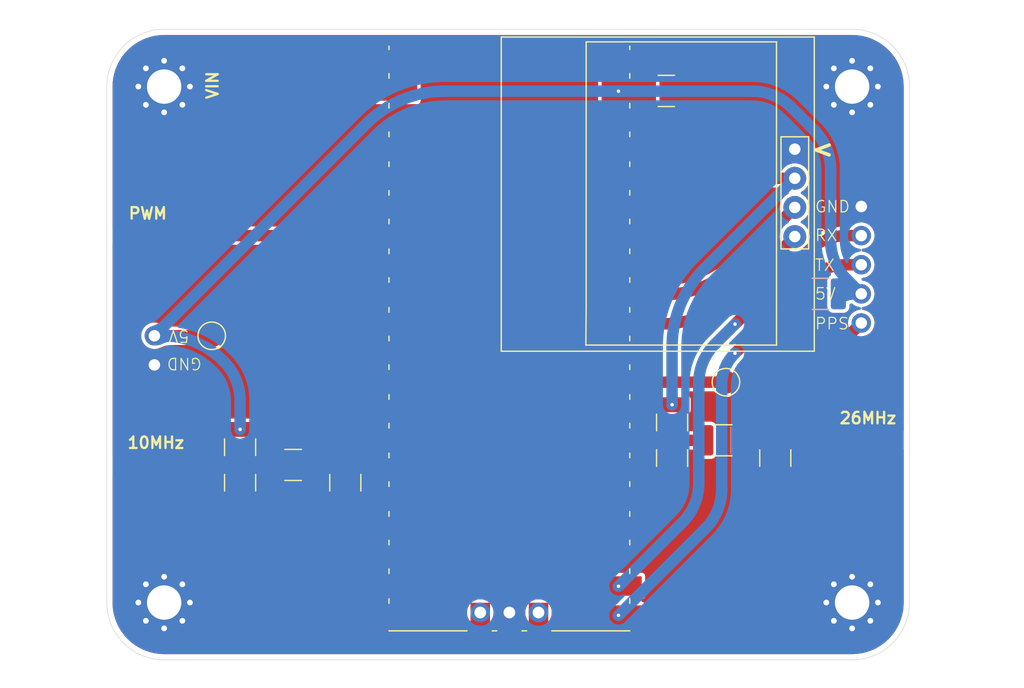
<source format=kicad_pcb>
(kicad_pcb (version 20240108) (generator "pcbnew") (generator_version "8.0")
  (layers (0 "F.Cu" signal) (31 "B.Cu" signal) (34 "B.Paste" user) (35 "F.Paste" user) (36 "B.SilkS" user "B.Silkscreen") (37 "F.SilkS" user "F.Silkscreen") (38 "B.Mask" user) (39 "F.Mask" user) (44 "Edge.Cuts" user))
  (net 0 "")
  (net 3 "GND")
  (net 20 "Net-(26MHzOut1-In)")
  (net 21 "Net-(ExtRef1-In)")
  (net 22 "3.3V")
  (net 23 "SCL")
  (net 24 "SDA")
  (net 25 "XTALin")
  (net 26 "Net-(U1-GPIO21)")
  (net 29 "PWM")
  (net 30 "TX")
  (net 31 "RX")
  (net 32 "5V")
  (net 33 "PPS")
  (footprint "gibbi_custom:SMA_EDGE_GIBBI" (layer "F.Cu") (at 150 98)
    (property "Reference" "ExtRef1" (hide yes))
    (property "Value" "ExtRef" (hide yes))
    (pad "1" smd roundrect (at -1.72 0) (size 5.08 1) (layers "F.Cu" "F.Paste" "F.Mask") (net 21 "Net-(ExtRef1-In)"))
    (pad "2" smd roundrect (at -1.72 -4.38) (size 5.08 2.42) (layers "F.Cu" "F.Paste" "F.Mask") (roundrect_rratio 0.1033057851) (net 3 "GND"))
    (pad "2" smd roundrect (at -1.72 -4.38) (size 5.08 2.42) (layers "B.Cu" "B.Paste" "B.Mask") (roundrect_rratio 0.1033057851) (net 3 "GND"))
    (pad "2" smd roundrect (at -1.72 4.38) (size 5.08 2.42) (layers "F.Cu" "F.Paste" "F.Mask") (roundrect_rratio 0.1033057851) (net 3 "GND"))
    (pad "2" smd roundrect (at -1.72 4.38) (size 5.08 2.42) (layers "B.Cu" "B.Paste" "B.Mask") (roundrect_rratio 0.1033057851) (net 3 "GND"))
  )
  (footprint "Resistor_SMD:R_1210_3225Metric_Pad1.30x2.65mm_HandSolder" (layer "F.Cu") (at 156.625 96.449999 -90)
    (property "Reference" "R1" (hide yes))
    (property "Value" "330" (hide yes))
    (fp_line (start -0.723737 1.355) (end 0.723737 1.355) (stroke (width 0.12)) (layer "F.SilkS"))
    (fp_line (start -0.723737 -1.355) (end 0.723737 -1.355) (stroke (width 0.12)) (layer "F.SilkS"))
    (pad "1" smd roundrect (at -1.550001 0 270) (size 1.3 2.65) (layers "F.Cu" "F.Paste" "F.Mask") (roundrect_rratio 0.192308) (net 32 "5V"))
    (pad "2" smd roundrect (at 1.550001 0 270) (size 1.3 2.65) (layers "F.Cu" "F.Paste" "F.Mask") (roundrect_rratio 0.192308) (net 21 "Net-(ExtRef1-In)"))
  )
  (footprint "Resistor_SMD:R_1210_3225Metric_Pad1.30x2.65mm_HandSolder" (layer "F.Cu") (at 156.625 99.55 90)
    (property "Reference" "R3" (hide yes))
    (property "Value" "330" (hide yes))
    (fp_line (start -0.723737 -1.355) (end 0.723737 -1.355) (stroke (width 0.12)) (layer "F.SilkS"))
    (fp_line (start -0.723737 1.355) (end 0.723737 1.355) (stroke (width 0.12)) (layer "F.SilkS"))
    (pad "1" smd roundrect (at -1.55 0 90) (size 1.3 2.65) (layers "F.Cu" "F.Paste" "F.Mask") (roundrect_rratio 0.192308) (net 3 "GND"))
    (pad "2" smd roundrect (at 1.55 0 90) (size 1.3 2.65) (layers "F.Cu" "F.Paste" "F.Mask") (roundrect_rratio 0.192308) (net 21 "Net-(ExtRef1-In)"))
  )
  (footprint "MountingHole:MountingHole_3mm_Pad_Via" (layer "F.Cu") (at 210 110)
    (property "Reference" "REF**" (hide yes))
    (property "Value" "MountingHole_3mm_Pad_Via" (hide yes))
    (pad "1" thru_hole circle (at -2.25 0) (size 0.8 0.8) (drill 0.5) (layers "*.Cu" "*.Mask"))
    (pad "1" thru_hole circle (at -1.59099 -1.59099) (size 0.8 0.8) (drill 0.5) (layers "*.Cu" "*.Mask"))
    (pad "1" thru_hole circle (at -1.59099 1.59099) (size 0.8 0.8) (drill 0.5) (layers "*.Cu" "*.Mask"))
    (pad "1" thru_hole circle (at 0 -2.25) (size 0.8 0.8) (drill 0.5) (layers "*.Cu" "*.Mask"))
    (pad "1" thru_hole circle (at 0 0) (size 6 6) (drill 3) (layers "*.Cu" "*.Mask") (net 3 "GND"))
    (pad "1" thru_hole circle (at 0 2.25) (size 0.8 0.8) (drill 0.5) (layers "*.Cu" "*.Mask"))
    (pad "1" thru_hole circle (at 1.59099 -1.59099) (size 0.8 0.8) (drill 0.5) (layers "*.Cu" "*.Mask"))
    (pad "1" thru_hole circle (at 1.59099 1.59099) (size 0.8 0.8) (drill 0.5) (layers "*.Cu" "*.Mask"))
    (pad "1" thru_hole circle (at 2.25 0) (size 0.8 0.8) (drill 0.5) (layers "*.Cu" "*.Mask"))
  )
  (footprint "gibbi_custom:SMA_EDGE_GIBBI" (layer "F.Cu") (at 150 78)
    (property "Reference" "PWM1" (hide yes))
    (property "Value" "PWM" (hide yes))
    (pad "1" smd roundrect (at -1.72 0) (size 5.08 1) (layers "F.Cu" "F.Paste" "F.Mask") (net 29 "PWM"))
    (pad "2" smd roundrect (at -1.72 -4.38) (size 5.08 2.42) (layers "F.Cu" "F.Paste" "F.Mask") (roundrect_rratio 0.1033057851) (net 3 "GND"))
    (pad "2" smd roundrect (at -1.72 -4.38) (size 5.08 2.42) (layers "B.Cu" "B.Paste" "B.Mask") (roundrect_rratio 0.1033057851) (net 3 "GND"))
    (pad "2" smd roundrect (at -1.72 4.38) (size 5.08 2.42) (layers "F.Cu" "F.Paste" "F.Mask") (roundrect_rratio 0.1033057851) (net 3 "GND"))
    (pad "2" smd roundrect (at -1.72 4.38) (size 5.08 2.42) (layers "B.Cu" "B.Paste" "B.Mask") (roundrect_rratio 0.1033057851) (net 3 "GND"))
  )
  (footprint "MountingHole:MountingHole_3mm_Pad_Via" (layer "F.Cu") (at 210 65)
    (property "Reference" "REF**" (hide yes))
    (property "Value" "MountingHole_3mm_Pad_Via" (hide yes))
    (pad "1" thru_hole circle (at -2.25 0) (size 0.8 0.8) (drill 0.5) (layers "*.Cu" "*.Mask"))
    (pad "1" thru_hole circle (at -1.59099 -1.59099) (size 0.8 0.8) (drill 0.5) (layers "*.Cu" "*.Mask"))
    (pad "1" thru_hole circle (at -1.59099 1.59099) (size 0.8 0.8) (drill 0.5) (layers "*.Cu" "*.Mask"))
    (pad "1" thru_hole circle (at 0 -2.25) (size 0.8 0.8) (drill 0.5) (layers "*.Cu" "*.Mask"))
    (pad "1" thru_hole circle (at 0 0) (size 6 6) (drill 3) (layers "*.Cu" "*.Mask") (net 3 "GND"))
    (pad "1" thru_hole circle (at 0 2.25) (size 0.8 0.8) (drill 0.5) (layers "*.Cu" "*.Mask"))
    (pad "1" thru_hole circle (at 1.59099 -1.59099) (size 0.8 0.8) (drill 0.5) (layers "*.Cu" "*.Mask"))
    (pad "1" thru_hole circle (at 1.59099 1.59099) (size 0.8 0.8) (drill 0.5) (layers "*.Cu" "*.Mask"))
    (pad "1" thru_hole circle (at 2.25 0) (size 0.8 0.8) (drill 0.5) (layers "*.Cu" "*.Mask"))
  )
  (footprint "gibbi_custom:SMA_EDGE_GIBBI" (layer "F.Cu") (at 210 95.85 180)
    (property "Reference" "26MHzOut1" (hide yes))
    (property "Value" "26MHz" (hide yes))
    (pad "1" smd roundrect (at -1.72 0 180) (size 5.08 1) (layers "F.Cu" "F.Paste" "F.Mask") (net 20 "Net-(26MHzOut1-In)"))
    (pad "2" smd roundrect (at -1.72 -4.38 180) (size 5.08 2.42) (layers "F.Cu" "F.Paste" "F.Mask") (roundrect_rratio 0.1033057851) (net 3 "GND"))
    (pad "2" smd roundrect (at -1.72 -4.38 180) (size 5.08 2.42) (layers "B.Cu" "B.Paste" "B.Mask") (roundrect_rratio 0.1033057851) (net 3 "GND"))
    (pad "2" smd roundrect (at -1.72 4.38 180) (size 5.08 2.42) (layers "F.Cu" "F.Paste" "F.Mask") (roundrect_rratio 0.1033057851) (net 3 "GND"))
    (pad "2" smd roundrect (at -1.72 4.38 180) (size 5.08 2.42) (layers "B.Cu" "B.Paste" "B.Mask") (roundrect_rratio 0.1033057851) (net 3 "GND"))
  )
  (footprint "TestPoint:TestPoint_Pad_D2.0mm" (layer "F.Cu") (at 154.15 86.735)
    (property "Reference" "5V_TP1" (hide yes))
    (property "Value" "TestPoint" (hide yes))
    (fp_circle (center 0 0) (end 0 1.2) (stroke (width 0.12)) (fill none) (layer "F.SilkS"))
    (pad "1" smd circle (at 0 0) (size 2 2) (layers "F.Cu" "F.Mask") (net 32 "5V"))
  )
  (footprint "Resistor_SMD:R_1210_3225Metric_Pad1.30x2.65mm_HandSolder" (layer "F.Cu") (at 194.3 94.299999 -90)
    (property "Reference" "R2" (hide yes))
    (property "Value" "330" (hide yes))
    (fp_line (start -0.723737 1.355) (end 0.723737 1.355) (stroke (width 0.12)) (layer "F.SilkS"))
    (fp_line (start -0.723737 -1.355) (end 0.723737 -1.355) (stroke (width 0.12)) (layer "F.SilkS"))
    (pad "1" smd roundrect (at -1.550001 0 270) (size 1.3 2.65) (layers "F.Cu" "F.Paste" "F.Mask") (roundrect_rratio 0.192308) (net 22 "3.3V"))
    (pad "2" smd roundrect (at 1.550001 0 270) (size 1.3 2.65) (layers "F.Cu" "F.Paste" "F.Mask") (roundrect_rratio 0.192308) (net 26 "Net-(U1-GPIO21)"))
  )
  (footprint "gibbi_custom:PinHeader_1x02_5VIN" (layer "F.Cu") (at 149.15 89.275 180)
    (property "Reference" "5VCCin1" (hide yes))
    (property "Value" "Conn_01x02_Pin")
    (fp_text user "5V" (at -3.1 3.1 180) (layer "F.SilkS") (effects (font (thickness 0.1)) (justify left bottom)))
    (fp_text user "GND" (at -4.2 0.7 180) (layer "F.SilkS") (effects (font (thickness 0.1)) (justify left bottom)))
    (pad "1" thru_hole roundrect (at 0 0 180) (size 1.7 1.7) (drill 1) (layers "*.Cu" "*.Mask") (roundrect_rratio 0.1470588235) (net 3 "GND"))
    (pad "2" thru_hole oval (at 0 2.54 180) (size 1.7 1.7) (drill 1) (layers "*.Cu" "*.Mask") (net 32 "5V"))
  )
  (footprint "MountingHole:MountingHole_3mm_Pad_Via" (layer "F.Cu") (at 150 110)
    (property "Reference" "REF**" (hide yes))
    (property "Value" "MountingHole_3mm_Pad_Via" (hide yes))
    (pad "1" thru_hole circle (at -2.25 0) (size 0.8 0.8) (drill 0.5) (layers "*.Cu" "*.Mask"))
    (pad "1" thru_hole circle (at -1.59099 -1.59099) (size 0.8 0.8) (drill 0.5) (layers "*.Cu" "*.Mask"))
    (pad "1" thru_hole circle (at -1.59099 1.59099) (size 0.8 0.8) (drill 0.5) (layers "*.Cu" "*.Mask"))
    (pad "1" thru_hole circle (at 0 -2.25) (size 0.8 0.8) (drill 0.5) (layers "*.Cu" "*.Mask"))
    (pad "1" thru_hole circle (at 0 0) (size 6 6) (drill 3) (layers "*.Cu" "*.Mask") (net 3 "GND"))
    (pad "1" thru_hole circle (at 0 2.25) (size 0.8 0.8) (drill 0.5) (layers "*.Cu" "*.Mask"))
    (pad "1" thru_hole circle (at 1.59099 -1.59099) (size 0.8 0.8) (drill 0.5) (layers "*.Cu" "*.Mask"))
    (pad "1" thru_hole circle (at 1.59099 1.59099) (size 0.8 0.8) (drill 0.5) (layers "*.Cu" "*.Mask"))
    (pad "1" thru_hole circle (at 2.25 0) (size 0.8 0.8) (drill 0.5) (layers "*.Cu" "*.Mask"))
  )
  (footprint "Resistor_SMD:R_1210_3225Metric_Pad1.30x2.65mm_HandSolder" (layer "F.Cu") (at 203.3 97.4 90)
    (property "Reference" "R8" (hide yes))
    (property "Value" "R" (hide yes))
    (fp_line (start -0.723737 -1.355) (end 0.723737 -1.355) (stroke (width 0.12)) (layer "F.SilkS"))
    (fp_line (start -0.723737 1.355) (end 0.723737 1.355) (stroke (width 0.12)) (layer "F.SilkS"))
    (pad "1" smd roundrect (at -1.55 0 90) (size 1.3 2.65) (layers "F.Cu" "F.Paste" "F.Mask") (roundrect_rratio 0.192308) (net 3 "GND"))
    (pad "2" smd roundrect (at 1.55 0 90) (size 1.3 2.65) (layers "F.Cu" "F.Paste" "F.Mask") (roundrect_rratio 0.192308) (net 20 "Net-(26MHzOut1-In)"))
  )
  (footprint "gibbi_custom:GPS_HEADER" (layer "F.Cu") (at 210.8 75.46)
    (property "Reference" "GPS_UART1" (hide yes))
    (property "Value" "9600" (hide yes))
    (fp_text user "TX" (at -4.1 5.7 0) (layer "F.SilkS") (effects (font (thickness 0.1)) (justify left bottom)))
    (fp_text user "RX" (at -4.1 3.1 0) (layer "F.SilkS") (effects (font (thickness 0.1)) (justify left bottom)))
    (fp_text user "PPS" (at -4.1 10.8 0) (layer "F.SilkS") (effects (font (thickness 0.1)) (justify left bottom)))
    (fp_text user "5V" (at -4.1 8.2 0) (layer "F.SilkS") (effects (font (thickness 0.1)) (justify left bottom)))
    (fp_text user "GND" (at -4.1 0.6 0) (layer "F.SilkS") (effects (font (thickness 0.1)) (justify left bottom)))
    (pad "1" thru_hole roundrect (at 0 0) (size 1.7 1.7) (drill 1) (layers "*.Cu" "*.Mask") (roundrect_rratio 0.1470588235) (net 3 "GND"))
    (pad "2" thru_hole oval (at 0 2.54) (size 1.7 1.7) (drill 1) (layers "*.Cu" "*.Mask") (net 31 "RX"))
    (pad "3" thru_hole oval (at 0 5.08) (size 1.7 1.7) (drill 1) (layers "*.Cu" "*.Mask") (net 30 "TX"))
    (pad "4" thru_hole oval (at 0 7.62) (size 1.7 1.7) (drill 1) (layers "*.Cu" "*.Mask") (net 32 "5V"))
    (pad "5" thru_hole oval (at 0 10.16) (size 1.7 1.7) (drill 1) (layers "*.Cu" "*.Mask") (net 33 "PPS"))
  )
  (footprint "TestPoint:TestPoint_Pad_D2.0mm" (layer "F.Cu") (at 199 90.78)
    (property "Reference" "PPS_TP1" (hide yes))
    (property "Value" "TestPoint" (hide yes))
    (fp_circle (center 0 0) (end 0 1.2) (stroke (width 0.12)) (fill none) (layer "F.SilkS"))
    (pad "1" smd circle (at 0 0) (size 2 2) (layers "F.Cu" "F.Mask") (net 33 "PPS"))
  )
  (footprint "Capacitor_SMD:C_1210_3225Metric_Pad1.33x2.70mm_HandSolder" (layer "F.Cu") (at 193.8 65.38)
    (property "Reference" "C1" (hide yes))
    (property "Value" "C" (hide yes))
    (fp_line (start -0.711252 -1.36) (end 0.711252 -1.36) (stroke (width 0.12)) (layer "F.SilkS"))
    (fp_line (start -0.711252 1.36) (end 0.711252 1.36) (stroke (width 0.12)) (layer "F.SilkS"))
    (pad "1" smd roundrect (at -1.5625 0) (size 1.325 2.7) (layers "F.Cu" "F.Paste" "F.Mask") (roundrect_rratio 0.188679) (net 32 "5V"))
    (pad "2" smd roundrect (at 1.5625 0) (size 1.325 2.7) (layers "F.Cu" "F.Paste" "F.Mask") (roundrect_rratio 0.188679) (net 3 "GND"))
  )
  (footprint "gibbi_custom:RPi_Pico_SMD_TH_NO_SILK_NO_HOLE" (layer "F.Cu") (at 180.11 86.97)
    (property "Reference" "U1" (hide yes))
    (property "Value" "Pico" (hide yes))
    (fp_line (start -10.5 -25.5) (end -10.5 -25.2) (stroke (width 0.12)) (layer "F.SilkS"))
    (fp_line (start -10.5 -23.1) (end -10.5 -22.7) (stroke (width 0.12)) (layer "F.SilkS"))
    (fp_line (start -10.5 -20.5) (end -10.5 -20.1) (stroke (width 0.12)) (layer "F.SilkS"))
    (fp_line (start -10.5 -18) (end -10.5 -17.6) (stroke (width 0.12)) (layer "F.SilkS"))
    (fp_line (start -10.5 -15.4) (end -10.5 -15) (stroke (width 0.12)) (layer "F.SilkS"))
    (fp_line (start -10.5 -12.9) (end -10.5 -12.5) (stroke (width 0.12)) (layer "F.SilkS"))
    (fp_line (start -10.5 -10.4) (end -10.5 -10) (stroke (width 0.12)) (layer "F.SilkS"))
    (fp_line (start -10.5 -7.8) (end -10.5 -7.4) (stroke (width 0.12)) (layer "F.SilkS"))
    (fp_line (start -10.5 -5.3) (end -10.5 -4.9) (stroke (width 0.12)) (layer "F.SilkS"))
    (fp_line (start -10.5 -2.7) (end -10.5 -2.3) (stroke (width 0.12)) (layer "F.SilkS"))
    (fp_line (start -10.5 -0.2) (end -10.5 0.2) (stroke (width 0.12)) (layer "F.SilkS"))
    (fp_line (start -10.5 2.3) (end -10.5 2.7) (stroke (width 0.12)) (layer "F.SilkS"))
    (fp_line (start -10.5 4.9) (end -10.5 5.3) (stroke (width 0.12)) (layer "F.SilkS"))
    (fp_line (start -10.5 7.4) (end -10.5 7.8) (stroke (width 0.12)) (layer "F.SilkS"))
    (fp_line (start -10.5 10) (end -10.5 10.4) (stroke (width 0.12)) (layer "F.SilkS"))
    (fp_line (start -10.5 12.5) (end -10.5 12.9) (stroke (width 0.12)) (layer "F.SilkS"))
    (fp_line (start -10.5 15.1) (end -10.5 15.5) (stroke (width 0.12)) (layer "F.SilkS"))
    (fp_line (start -10.5 17.6) (end -10.5 18) (stroke (width 0.12)) (layer "F.SilkS"))
    (fp_line (start -10.5 20.1) (end -10.5 20.5) (stroke (width 0.12)) (layer "F.SilkS"))
    (fp_line (start -10.5 22.7) (end -10.5 23.1) (stroke (width 0.12)) (layer "F.SilkS"))
    (fp_line (start -3.7 25.5) (end -10.5 25.5) (stroke (width 0.12)) (layer "F.SilkS"))
    (fp_line (start -1.5 25.5) (end -1.1 25.5) (stroke (width 0.12)) (layer "F.SilkS"))
    (fp_line (start 1.1 25.5) (end 1.5 25.5) (stroke (width 0.12)) (layer "F.SilkS"))
    (fp_line (start 10.5 -25.5) (end 10.5 -25.2) (stroke (width 0.12)) (layer "F.SilkS"))
    (fp_line (start 10.5 -23.1) (end 10.5 -22.7) (stroke (width 0.12)) (layer "F.SilkS"))
    (fp_line (start 10.5 -20.5) (end 10.5 -20.1) (stroke (width 0.12)) (layer "F.SilkS"))
    (fp_line (start 10.5 -18) (end 10.5 -17.6) (stroke (width 0.12)) (layer "F.SilkS"))
    (fp_line (start 10.5 -15.4) (end 10.5 -15) (stroke (width 0.12)) (layer "F.SilkS"))
    (fp_line (start 10.5 -12.9) (end 10.5 -12.5) (stroke (width 0.12)) (layer "F.SilkS"))
    (fp_line (start 10.5 -10.4) (end 10.5 -10) (stroke (width 0.12)) (layer "F.SilkS"))
    (fp_line (start 10.5 -7.8) (end 10.5 -7.4) (stroke (width 0.12)) (layer "F.SilkS"))
    (fp_line (start 10.5 -5.3) (end 10.5 -4.9) (stroke (width 0.12)) (layer "F.SilkS"))
    (fp_line (start 10.5 -2.7) (end 10.5 -2.3) (stroke (width 0.12)) (layer "F.SilkS"))
    (fp_line (start 10.5 -0.2) (end 10.5 0.2) (stroke (width 0.12)) (layer "F.SilkS"))
    (fp_line (start 10.5 2.3) (end 10.5 2.7) (stroke (width 0.12)) (layer "F.SilkS"))
    (fp_line (start 10.5 4.9) (end 10.5 5.3) (stroke (width 0.12)) (layer "F.SilkS"))
    (fp_line (start 10.5 7.4) (end 10.5 7.8) (stroke (width 0.12)) (layer "F.SilkS"))
    (fp_line (start 10.5 10) (end 10.5 10.4) (stroke (width 0.12)) (layer "F.SilkS"))
    (fp_line (start 10.5 12.5) (end 10.5 12.9) (stroke (width 0.12)) (layer "F.SilkS"))
    (fp_line (start 10.5 15.1) (end 10.5 15.5) (stroke (width 0.12)) (layer "F.SilkS"))
    (fp_line (start 10.5 17.6) (end 10.5 18) (stroke (width 0.12)) (layer "F.SilkS"))
    (fp_line (start 10.5 20.1) (end 10.5 20.5) (stroke (width 0.12)) (layer "F.SilkS"))
    (fp_line (start 10.5 22.7) (end 10.5 23.1) (stroke (width 0.12)) (layer "F.SilkS"))
    (fp_line (start 10.5 25.5) (end 3.7 25.5) (stroke (width 0.12)) (layer "F.SilkS"))
    (pad "1" smd rect (at -8.89 -24.13) (size 3.5 1.7) (drill (offset -0.9 0)) (layers "F.Cu" "F.Mask"))
    (pad "2" smd rect (at -8.89 -21.59) (size 3.5 1.7) (drill (offset -0.9 0)) (layers "F.Cu" "F.Mask"))
    (pad "3" smd rect (at -8.89 -19.05) (size 3.5 1.7) (drill (offset -0.9 0)) (layers "F.Cu" "F.Mask") (net 3 "GND"))
    (pad "4" smd rect (at -8.89 -16.51) (size 3.5 1.7) (drill (offset -0.9 0)) (layers "F.Cu" "F.Mask"))
    (pad "5" smd rect (at -8.89 -13.97) (size 3.5 1.7) (drill (offset -0.9 0)) (layers "F.Cu" "F.Mask"))
    (pad "6" smd rect (at -8.89 -11.43) (size 3.5 1.7) (drill (offset -0.9 0)) (layers "F.Cu" "F.Mask"))
    (pad "7" smd rect (at -8.89 -8.89) (size 3.5 1.7) (drill (offset -0.9 0)) (layers "F.Cu" "F.Mask") (net 29 "PWM"))
    (pad "8" smd rect (at -8.89 -6.35) (size 3.5 1.7) (drill (offset -0.9 0)) (layers "F.Cu" "F.Mask") (net 3 "GND"))
    (pad "9" smd rect (at -8.89 -3.81) (size 3.5 1.7) (drill (offset -0.9 0)) (layers "F.Cu" "F.Mask"))
    (pad "10" smd rect (at -8.89 -1.27) (size 3.5 1.7) (drill (offset -0.9 0)) (layers "F.Cu" "F.Mask"))
    (pad "11" smd rect (at -8.89 1.27) (size 3.5 1.7) (drill (offset -0.9 0)) (layers "F.Cu" "F.Mask"))
    (pad "12" smd rect (at -8.89 3.81) (size 3.5 1.7) (drill (offset -0.9 0)) (layers "F.Cu" "F.Mask"))
    (pad "13" smd rect (at -8.89 6.35) (size 3.5 1.7) (drill (offset -0.9 0)) (layers "F.Cu" "F.Mask") (net 3 "GND"))
    (pad "14" smd rect (at -8.89 8.89) (size 3.5 1.7) (drill (offset -0.9 0)) (layers "F.Cu" "F.Mask"))
    (pad "15" smd rect (at -8.89 11.43) (size 3.5 1.7) (drill (offset -0.9 0)) (layers "F.Cu" "F.Mask"))
    (pad "16" smd rect (at -8.89 13.97) (size 3.5 1.7) (drill (offset -0.9 0)) (layers "F.Cu" "F.Mask"))
    (pad "17" smd rect (at -8.89 16.51) (size 3.5 1.7) (drill (offset -0.9 0)) (layers "F.Cu" "F.Mask"))
    (pad "18" smd rect (at -8.89 19.05) (size 3.5 1.7) (drill (offset -0.9 0)) (layers "F.Cu" "F.Mask") (net 3 "GND"))
    (pad "19" smd rect (at -8.89 21.59) (size 3.5 1.7) (drill (offset -0.9 0)) (layers "F.Cu" "F.Mask"))
    (pad "20" smd rect (at -8.89 24.13) (size 3.5 1.7) (drill (offset -0.9 0)) (layers "F.Cu" "F.Mask"))
    (pad "21" smd rect (at 8.89 24.13) (size 3.5 1.7) (drill (offset 0.9 0)) (layers "F.Cu" "F.Mask") (net 30 "TX"))
    (pad "22" smd rect (at 8.89 21.59) (size 3.5 1.7) (drill (offset 0.9 0)) (layers "F.Cu" "F.Mask") (net 31 "RX"))
    (pad "23" smd rect (at 8.89 19.05) (size 3.5 1.7) (drill (offset 0.9 0)) (layers "F.Cu" "F.Mask") (net 3 "GND"))
    (pad "24" smd rect (at 8.89 16.51) (size 3.5 1.7) (drill (offset 0.9 0)) (layers "F.Cu" "F.Mask"))
    (pad "25" smd rect (at 8.89 13.97) (size 3.5 1.7) (drill (offset 0.9 0)) (layers "F.Cu" "F.Mask"))
    (pad "26" smd rect (at 8.89 11.43) (size 3.5 1.7) (drill (offset 0.9 0)) (layers "F.Cu" "F.Mask"))
    (pad "27" smd rect (at 8.89 8.89) (size 3.5 1.7) (drill (offset 0.9 0)) (layers "F.Cu" "F.Mask") (net 26 "Net-(U1-GPIO21)"))
    (pad "28" smd rect (at 8.89 6.35) (size 3.5 1.7) (drill (offset 0.9 0)) (layers "F.Cu" "F.Mask") (net 3 "GND"))
    (pad "29" smd rect (at 8.89 3.81) (size 3.5 1.7) (drill (offset 0.9 0)) (layers "F.Cu" "F.Mask") (net 33 "PPS"))
    (pad "30" smd rect (at 8.89 1.27) (size 3.5 1.7) (drill (offset 0.9 0)) (layers "F.Cu" "F.Mask"))
    (pad "31" smd rect (at 8.89 -1.27) (size 3.5 1.7) (drill (offset 0.9 0)) (layers "F.Cu" "F.Mask") (net 24 "SDA"))
    (pad "32" smd rect (at 8.89 -3.81) (size 3.5 1.7) (drill (offset 0.9 0)) (layers "F.Cu" "F.Mask") (net 23 "SCL"))
    (pad "33" smd rect (at 8.89 -6.35) (size 3.5 1.7) (drill (offset 0.9 0)) (layers "F.Cu" "F.Mask") (net 3 "GND"))
    (pad "34" smd rect (at 8.89 -8.89) (size 3.5 1.7) (drill (offset 0.9 0)) (layers "F.Cu" "F.Mask"))
    (pad "35" smd rect (at 8.89 -11.43) (size 3.5 1.7) (drill (offset 0.9 0)) (layers "F.Cu" "F.Mask"))
    (pad "36" smd rect (at 8.89 -13.97) (size 3.5 1.7) (drill (offset 0.9 0)) (layers "F.Cu" "F.Mask") (net 22 "3.3V"))
    (pad "37" smd rect (at 8.89 -16.51) (size 3.5 1.7) (drill (offset 0.9 0)) (layers "F.Cu" "F.Mask"))
    (pad "38" smd rect (at 8.89 -19.05) (size 3.5 1.7) (drill (offset 0.9 0)) (layers "F.Cu" "F.Mask") (net 3 "GND"))
    (pad "39" smd rect (at 8.89 -21.59) (size 3.5 1.7) (drill (offset 0.9 0)) (layers "F.Cu" "F.Mask") (net 32 "5V"))
    (pad "40" smd rect (at 8.89 -24.13) (size 3.5 1.7) (drill (offset 0.9 0)) (layers "F.Cu" "F.Mask"))
    (pad "41" thru_hole oval (at -2.54 23.9 90) (size 1.7 1.7) (drill 1.02) (layers "*.Cu" "*.Mask"))
    (pad "41" smd rect (at -2.54 23.9 90) (size 3.5 1.7) (drill (offset -0.9 0)) (layers "F.Cu" "F.Mask"))
    (pad "42" thru_hole roundrect (at 0 23.9) (size 1.7 1.7) (drill 1.02) (layers "*.Cu" "*.Mask") (roundrect_rratio 0.1470588235) (net 3 "GND"))
    (pad "42" smd rect (at 0 23.9 90) (size 3.5 1.7) (drill (offset -0.9 0)) (layers "F.Cu" "F.Mask") (net 3 "GND"))
    (pad "43" thru_hole oval (at 2.54 23.9) (size 1.7 1.7) (drill 1.02) (layers "*.Cu" "*.Mask"))
    (pad "43" smd rect (at 2.54 23.9 90) (size 3.5 1.7) (drill (offset -0.9 0)) (layers "F.Cu" "F.Mask"))
  )
  (footprint "Resistor_SMD:R_1210_3225Metric_Pad1.30x2.65mm_HandSolder" (layer "F.Cu") (at 194.3 97.4 90)
    (property "Reference" "R6" (hide yes))
    (property "Value" "R" (hide yes))
    (fp_line (start -0.723737 -1.355) (end 0.723737 -1.355) (stroke (width 0.12)) (layer "F.SilkS"))
    (fp_line (start -0.723737 1.355) (end 0.723737 1.355) (stroke (width 0.12)) (layer "F.SilkS"))
    (pad "1" smd roundrect (at -1.55 0 90) (size 1.3 2.65) (layers "F.Cu" "F.Paste" "F.Mask") (roundrect_rratio 0.192308) (net 3 "GND"))
    (pad "2" smd roundrect (at 1.55 0 90) (size 1.3 2.65) (layers "F.Cu" "F.Paste" "F.Mask") (roundrect_rratio 0.192308) (net 26 "Net-(U1-GPIO21)"))
  )
  (footprint "MountingHole:MountingHole_3mm_Pad_Via" (layer "F.Cu") (at 150 65)
    (property "Reference" "REF**" (hide yes))
    (property "Value" "MountingHole_3mm_Pad_Via" (hide yes))
    (pad "1" thru_hole circle (at -2.25 0) (size 0.8 0.8) (drill 0.5) (layers "*.Cu" "*.Mask"))
    (pad "1" thru_hole circle (at -1.59099 -1.59099) (size 0.8 0.8) (drill 0.5) (layers "*.Cu" "*.Mask"))
    (pad "1" thru_hole circle (at -1.59099 1.59099) (size 0.8 0.8) (drill 0.5) (layers "*.Cu" "*.Mask"))
    (pad "1" thru_hole circle (at 0 -2.25) (size 0.8 0.8) (drill 0.5) (layers "*.Cu" "*.Mask"))
    (pad "1" thru_hole circle (at 0 0) (size 6 6) (drill 3) (layers "*.Cu" "*.Mask") (net 3 "GND"))
    (pad "1" thru_hole circle (at 0 2.25) (size 0.8 0.8) (drill 0.5) (layers "*.Cu" "*.Mask"))
    (pad "1" thru_hole circle (at 1.59099 -1.59099) (size 0.8 0.8) (drill 0.5) (layers "*.Cu" "*.Mask"))
    (pad "1" thru_hole circle (at 1.59099 1.59099) (size 0.8 0.8) (drill 0.5) (layers "*.Cu" "*.Mask"))
    (pad "1" thru_hole circle (at 2.25 0) (size 0.8 0.8) (drill 0.5) (layers "*.Cu" "*.Mask"))
  )
  (footprint "SSD1306:128x64OLED" (layer "F.Cu") (at 194.4 74.08 -90)
    (property "Reference" "I2C1" (hide yes))
    (property "Value" "OLED_CONN" (hide yes))
    (fp_line (start -13.4 15) (end -13.4 -12.3) (stroke (width 0.12)) (layer "F.SilkS"))
    (fp_line (start 14 15) (end -13.4 15) (stroke (width 0.12)) (layer "F.SilkS"))
    (fp_line (start 13.462 7.62) (end 13.462 -9.017) (stroke (width 0.12)) (layer "F.SilkS"))
    (fp_line (start -12.978 7.595) (end -12.978 -9.005) (stroke (width 0.12)) (layer "F.SilkS"))
    (fp_line (start 10.122 7.595) (end 13.462 7.62) (stroke (width 0.12)) (layer "F.SilkS"))
    (fp_line (start 10.122 7.595) (end -12.978 7.595) (stroke (width 0.12)) (layer "F.SilkS"))
    (fp_line (start -12.978 -9.005) (end 10.122 -9.005) (stroke (width 0.12)) (layer "F.SilkS"))
    (fp_line (start 10.122 -9.005) (end 13.208 -9.005) (stroke (width 0.12)) (layer "F.SilkS"))
    (fp_line (start 13.462 -9.017) (end 13.208 -9.005) (stroke (width 0.12)) (layer "F.SilkS"))
    (fp_line (start 5.08 -9.398) (end -4.699 -9.398) (stroke (width 0.12)) (layer "F.SilkS"))
    (fp_line (start -4.699 -11.811) (end -4.699 -9.398) (stroke (width 0.12)) (layer "F.SilkS"))
    (fp_line (start -4.699 -11.811) (end 5.08 -11.811) (stroke (width 0.12)) (layer "F.SilkS"))
    (fp_line (start 5.08 -11.811) (end 5.08 -9.398) (stroke (width 0.12)) (layer "F.SilkS"))
    (fp_line (start -13.4 -12.3) (end 14 -12.3) (stroke (width 0.12)) (layer "F.SilkS"))
    (fp_line (start 14 -12.3) (end 14 15) (stroke (width 0.12)) (layer "F.SilkS"))
    (pad "1" thru_hole circle (at -3.62 -10.6) (size 2 2) (drill 1) (layers "*.Cu" "*.Mask") (net 3 "GND"))
    (pad "2" thru_hole circle (at -1.08 -10.6) (size 2 2) (drill 1) (layers "*.Cu" "*.Mask") (net 22 "3.3V"))
    (pad "3" thru_hole circle (at 1.46 -10.6) (size 2 2) (drill 1) (layers "*.Cu" "*.Mask") (net 23 "SCL"))
    (pad "4" thru_hole circle (at 4 -10.6) (size 2 2) (drill 1) (layers "*.Cu" "*.Mask") (net 24 "SDA"))
  )
  (footprint "Resistor_SMD:R_1210_3225Metric_Pad1.30x2.65mm_HandSolder" (layer "F.Cu") (at 198.8 95.85 180)
    (property "Reference" "R7" (hide yes))
    (property "Value" "R" (hide yes))
    (fp_line (start -0.723737 1.355) (end 0.723737 1.355) (stroke (width 0.12)) (layer "F.SilkS"))
    (fp_line (start -0.723737 -1.355) (end 0.723737 -1.355) (stroke (width 0.12)) (layer "F.SilkS"))
    (pad "1" smd roundrect (at -1.55 0 180) (size 1.3 2.65) (layers "F.Cu" "F.Paste" "F.Mask") (roundrect_rratio 0.192308) (net 20 "Net-(26MHzOut1-In)"))
    (pad "2" smd roundrect (at 1.55 0 180) (size 1.3 2.65) (layers "F.Cu" "F.Paste" "F.Mask") (roundrect_rratio 0.192308) (net 26 "Net-(U1-GPIO21)"))
  )
  (footprint "Resistor_SMD:R_1210_3225Metric_Pad1.30x2.65mm_HandSolder" (layer "F.Cu") (at 165.8 99.55 90)
    (property "Reference" "R4" (hide yes))
    (property "Value" "330" (hide yes))
    (fp_line (start -0.723737 -1.355) (end 0.723737 -1.355) (stroke (width 0.12)) (layer "F.SilkS"))
    (fp_line (start -0.723737 1.355) (end 0.723737 1.355) (stroke (width 0.12)) (layer "F.SilkS"))
    (pad "1" smd roundrect (at -1.55 0 90) (size 1.3 2.65) (layers "F.Cu" "F.Paste" "F.Mask") (roundrect_rratio 0.192308) (net 3 "GND"))
    (pad "2" smd roundrect (at 1.55 0 90) (size 1.3 2.65) (layers "F.Cu" "F.Paste" "F.Mask") (roundrect_rratio 0.192308) (net 25 "XTALin"))
  )
  (footprint "Resistor_SMD:R_1210_3225Metric_Pad1.30x2.65mm_HandSolder" (layer "F.Cu") (at 161.25 98 180)
    (property "Reference" "R5" (hide yes))
    (property "Value" "47" (hide yes))
    (fp_line (start -0.723737 1.355) (end 0.723737 1.355) (stroke (width 0.12)) (layer "F.SilkS"))
    (fp_line (start -0.723737 -1.355) (end 0.723737 -1.355) (stroke (width 0.12)) (layer "F.SilkS"))
    (pad "1" smd roundrect (at -1.55 0 180) (size 1.3 2.65) (layers "F.Cu" "F.Paste" "F.Mask") (roundrect_rratio 0.192308) (net 25 "XTALin"))
    (pad "2" smd roundrect (at 1.55 0 180) (size 1.3 2.65) (layers "F.Cu" "F.Paste" "F.Mask") (roundrect_rratio 0.192308) (net 21 "Net-(ExtRef1-In)"))
  )
  (footprint "Capacitor_SMD:C_1210_3225Metric_Pad1.33x2.70mm_HandSolder" (layer "B.Cu") (at 207.2375 83.08 180)
    (property "Reference" "C2" (hide yes))
    (property "Value" "C" (hide yes))
    (fp_line (start 0.711252 1.36) (end -0.711252 1.36) (stroke (width 0.12)) (layer "B.SilkS"))
    (fp_line (start 0.711252 -1.36) (end -0.711252 -1.36) (stroke (width 0.12)) (layer "B.SilkS"))
    (pad "1" smd roundrect (at -1.5625 0 180) (size 1.325 2.7) (layers "B.Cu" "B.Paste" "B.Mask") (roundrect_rratio 0.188679) (net 32 "5V"))
    (pad "2" smd roundrect (at 1.5625 0 180) (size 1.325 2.7) (layers "B.Cu" "B.Paste" "B.Mask") (roundrect_rratio 0.188679) (net 3 "GND"))
  )
  (gr_arc (start 150 115) (mid 146.464466 113.535534) (end 145 110) (stroke (width 0.05)) (layer "Edge.Cuts"))
  (gr_line (start 145 110) (end 145 65) (stroke (width 0.05)) (layer "Edge.Cuts"))
  (gr_line (start 215 65) (end 215 110) (stroke (width 0.05)) (layer "Edge.Cuts"))
  (gr_arc (start 145 65) (mid 146.464466 61.464466) (end 150 60) (stroke (width 0.05)) (layer "Edge.Cuts"))
  (gr_line (start 210 115) (end 150 115) (stroke (width 0.05)) (layer "Edge.Cuts"))
  (gr_arc (start 215 110) (mid 213.535534 113.535534) (end 210 115) (stroke (width 0.05)) (layer "Edge.Cuts"))
  (gr_line (start 150 60) (end 210 60) (stroke (width 0.05)) (layer "Edge.Cuts"))
  (gr_arc (start 210 60) (mid 213.535534 61.464466) (end 215 65) (stroke (width 0.05)) (layer "Edge.Cuts"))
  (gr_text "PWM" (at 146.8 76.65 0) (layer "F.SilkS") (effects (font (size 1 1) (thickness 0.2) (bold yes)) (justify left bottom)))
  (gr_text "VIN" (at 154.8 66.2 90) (layer "F.SilkS") (effects (font (size 1 1) (thickness 0.2) (bold yes)) (justify left bottom)))
  (gr_text "26MHz\n" (at 208.8 94.5 0) (layer "F.SilkS") (effects (font (size 1 1) (thickness 0.2) (bold yes)) (justify left bottom)))
  (gr_text "10MHz" (at 146.7 96.65 0) (layer "F.SilkS") (effects (font (size 1 1) (thickness 0.2) (bold yes)) (justify left bottom)))
  (gr_text "<" (at 206.3 71.3 0) (layer "F.SilkS") (effects (font (size 1.5 1.5) (thickness 0.3) (bold yes)) (justify left bottom)))
  (segment (start 211.72 95.85) (end 200.35 95.85) (width 1) (layer "F.Cu") (net 20))
  (segment (start 159.7 98) (end 156.625 98) (width 1) (layer "F.Cu") (net 21))
  (segment (start 156.625 98) (end 148.28 98) (width 1) (layer "F.Cu") (net 21))
  (segment (start 205 73) (end 189 73) (width 1) (layer "F.Cu") (net 22))
  (via (at 194.3 92.749998) (size 0.6) (drill 0.3) (layers "F.Cu" "B.Cu") (net 22))
  (segment (start 194.3 87.7) (end 194.3 92.749998) (width 1) (layer "B.Cu") (net 22))
  (segment (start 197.128427 80.871572) (end 205 73) (width 1) (layer "B.Cu") (net 22))
  (arc (start 194.3 87.7) (mid 195.035083 84.004481) (end 197.128426 80.871571) (width 1) (layer "B.Cu") (net 22))
  (segment (start 200.208427 80.331572) (end 205 75.54) (width 1) (layer "F.Cu") (net 23))
  (segment (start 193.38 83.16) (end 189 83.16) (width 1) (layer "F.Cu") (net 23))
  (arc (start 193.38 83.16) (mid 197.075517 82.424914) (end 200.208426 80.331571) (width 1) (layer "F.Cu") (net 23))
  (segment (start 193.38 85.7) (end 189 85.7) (width 1) (layer "F.Cu") (net 24))
  (segment (start 200.208427 82.871572) (end 205 78.08) (width 1) (layer "F.Cu") (net 24))
  (arc (start 200.208427 82.871572) (mid 197.075518 84.964914) (end 193.38 85.699999) (width 1) (layer "F.Cu") (net 24))
  (segment (start 162.8 98) (end 165.8 98) (width 1) (layer "F.Cu") (net 25))
  (segment (start 189 95.86) (end 197.24 95.86) (width 1) (layer "F.Cu") (net 26))
  (segment (start 197.24 95.86) (end 197.25 95.85) (width 1) (layer "F.Cu") (net 26))
  (segment (start 171.14 78) (end 171.22 78.08) (width 1) (layer "F.Cu") (net 29))
  (segment (start 148.28 78) (end 171.14 78) (width 1) (layer "F.Cu") (net 29))
  (segment (start 206.090784 81.954213) (end 199.785 88.259998) (width 1) (layer "F.Cu") (net 30))
  (segment (start 209.504998 80.54) (end 210.8 80.54) (width 1) (layer "F.Cu") (net 30))
  (via (at 189.625 111.119998) (size 0.6) (drill 0.3) (layers "F.Cu" "B.Cu") (net 30))
  (via (at 199.785 88.259998) (size 0.6) (drill 0.3) (layers "F.Cu" "B.Cu") (net 30))
  (arc (start 206.090784 81.954213) (mid 207.657238 80.907541) (end 209.504998 80.539999) (width 1) (layer "F.Cu") (net 30))
  (segment (start 199.75637 88.288627) (end 199.785 88.259998) (width 1) (layer "B.Cu") (net 30))
  (segment (start 198.625 91.019998) (end 198.625 100.119998) (width 1) (layer "B.Cu") (net 30))
  (segment (start 197.210786 103.534211) (end 189.625 111.119998) (width 1) (layer "B.Cu") (net 30))
  (arc (start 198.625 91.019998) (mid 198.919032 89.54179) (end 199.756369 88.288626) (width 1) (layer "B.Cu") (net 30))
  (arc (start 198.625 100.119998) (mid 198.257457 101.967756) (end 197.210785 103.53421) (width 1) (layer "B.Cu") (net 30))
  (segment (start 206.090784 79.414213) (end 199.785 85.719998) (width 1) (layer "F.Cu") (net 31))
  (segment (start 209.504998 78) (end 210.8 78) (width 1) (layer "F.Cu") (net 31))
  (via (at 189.625 108.579998) (size 0.6) (drill 0.3) (layers "F.Cu" "B.Cu") (net 31))
  (via (at 199.785 85.719998) (size 0.6) (drill 0.3) (layers "F.Cu" "B.Cu") (net 31))
  (arc (start 209.504998 78) (mid 207.657238 78.367541) (end 206.090783 79.414212) (width 1) (layer "F.Cu") (net 31))
  (segment (start 198.039213 87.465784) (end 199.785 85.719998) (width 1) (layer "B.Cu") (net 31))
  (segment (start 195.210786 102.994211) (end 189.625 108.579998) (width 1) (layer "B.Cu") (net 31))
  (segment (start 196.625 90.879998) (end 196.625 99.579998) (width 1) (layer "B.Cu") (net 31))
  (arc (start 196.625 99.579998) (mid 196.257457 101.427756) (end 195.210785 102.99421) (width 1) (layer "B.Cu") (net 31))
  (arc (start 196.625 90.879998) (mid 196.992541 89.032238) (end 198.039212 87.465783) (width 1) (layer "B.Cu") (net 31))
  (segment (start 149.15 86.735) (end 154.15 86.735) (width 1) (layer "F.Cu") (net 32))
  (via (at 189.625 65.399998) (size 0.6) (drill 0.3) (layers "F.Cu" "B.Cu") (net 32))
  (via (at 156.625 94.899998) (size 0.6) (drill 0.3) (layers "F.Cu" "B.Cu") (net 32))
  (segment (start 149.960002 86.735) (end 149.15 86.735) (width 1) (layer "B.Cu") (net 32))
  (segment (start 156.625 92.399998) (end 156.625 94.899998) (width 1) (layer "B.Cu") (net 32))
  (segment (start 204.704641 66.814211) (end 206.710786 68.820356) (width 1) (layer "B.Cu") (net 32))
  (segment (start 174.485002 65.399998) (end 189.625 65.399998) (width 1) (layer "B.Cu") (net 32))
  (segment (start 208.8 83.08) (end 210.8 83.08) (width 1) (layer "B.Cu") (net 32))
  (segment (start 155.210786 88.985784) (end 155.081322 88.85632) (width 1) (layer "B.Cu") (net 32))
  (segment (start 167.656574 68.228425) (end 149.15 86.735) (width 1) (layer "B.Cu") (net 32))
  (segment (start 208.125 72.23457) (end 208.125 72.78) (width 1) (layer "B.Cu") (net 32))
  (segment (start 209.539213 81.819213) (end 210.8 83.08) (width 1) (layer "B.Cu") (net 32))
  (segment (start 208.125 72.78) (end 208.125 78.405) (width 1) (layer "B.Cu") (net 32))
  (segment (start 201.290428 65.399998) (end 189.625 65.399998) (width 1) (layer "B.Cu") (net 32))
  (arc (start 174.485002 65.399998) (mid 170.789483 66.135081) (end 167.656573 68.228424) (width 1) (layer "B.Cu") (net 32))
  (arc (start 208.125 72.23457) (mid 207.757457 70.38681) (end 206.710785 68.820356) (width 1) (layer "B.Cu") (net 32))
  (arc (start 155.210786 88.985784) (mid 156.257457 90.552238) (end 156.624999 92.399998) (width 1) (layer "B.Cu") (net 32))
  (arc (start 204.704641 66.814211) (mid 203.138186 65.767539) (end 201.290428 65.399997) (width 1) (layer "B.Cu") (net 32))
  (arc (start 155.081322 88.85632) (mid 152.73164 87.286312) (end 149.960002 86.734999) (width 1) (layer "B.Cu") (net 32))
  (arc (start 208.125 78.405) (mid 208.492542 80.252758) (end 209.539213 81.819212) (width 1) (layer "B.Cu") (net 32))
  (segment (start 208.468427 87.951572) (end 210.8 85.62) (width 1) (layer "F.Cu") (net 33))
  (segment (start 201.64 90.78) (end 189 90.78) (width 1) (layer "F.Cu") (net 33))
  (arc (start 201.64 90.78) (mid 205.335517 90.044914) (end 208.468426 87.951571) (width 1) (layer "F.Cu") (net 33))
  (zone (net 3) (net_name "GND") (layers "F&B.Cu") (connect_pads yes (clearance 0.3)) (min_thickness 0.25) (fill yes (thermal_gap 0.5) (thermal_bridge_width 0.5))
    (polygon (pts (xy 225 117.45) (xy 223 57.45) (xy 142 57.45) (xy 142 117.45)))
  )
)
</source>
